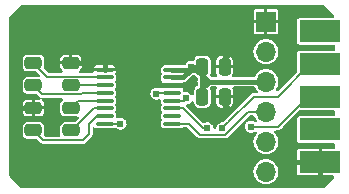
<source format=gtl>
%TF.GenerationSoftware,KiCad,Pcbnew,7.0.2-0*%
%TF.CreationDate,2023-11-06T23:03:35-08:00*%
%TF.ProjectId,uart-friend-232,75617274-2d66-4726-9965-6e642d323332,rev?*%
%TF.SameCoordinates,PX9765530PY6521e48*%
%TF.FileFunction,Copper,L1,Top*%
%TF.FilePolarity,Positive*%
%FSLAX46Y46*%
G04 Gerber Fmt 4.6, Leading zero omitted, Abs format (unit mm)*
G04 Created by KiCad (PCBNEW 7.0.2-0) date 2023-11-06 23:03:35*
%MOMM*%
%LPD*%
G01*
G04 APERTURE LIST*
G04 Aperture macros list*
%AMRoundRect*
0 Rectangle with rounded corners*
0 $1 Rounding radius*
0 $2 $3 $4 $5 $6 $7 $8 $9 X,Y pos of 4 corners*
0 Add a 4 corners polygon primitive as box body*
4,1,4,$2,$3,$4,$5,$6,$7,$8,$9,$2,$3,0*
0 Add four circle primitives for the rounded corners*
1,1,$1+$1,$2,$3*
1,1,$1+$1,$4,$5*
1,1,$1+$1,$6,$7*
1,1,$1+$1,$8,$9*
0 Add four rect primitives between the rounded corners*
20,1,$1+$1,$2,$3,$4,$5,0*
20,1,$1+$1,$4,$5,$6,$7,0*
20,1,$1+$1,$6,$7,$8,$9,0*
20,1,$1+$1,$8,$9,$2,$3,0*%
G04 Aperture macros list end*
%TA.AperFunction,ComponentPad*%
%ADD10O,1.700000X1.700000*%
%TD*%
%TA.AperFunction,ComponentPad*%
%ADD11R,1.700000X1.700000*%
%TD*%
%TA.AperFunction,SMDPad,CuDef*%
%ADD12RoundRect,0.100000X-0.637500X-0.100000X0.637500X-0.100000X0.637500X0.100000X-0.637500X0.100000X0*%
%TD*%
%TA.AperFunction,SMDPad,CuDef*%
%ADD13R,3.480000X1.846667*%
%TD*%
%TA.AperFunction,SMDPad,CuDef*%
%ADD14RoundRect,0.250000X-0.250000X-0.475000X0.250000X-0.475000X0.250000X0.475000X-0.250000X0.475000X0*%
%TD*%
%TA.AperFunction,SMDPad,CuDef*%
%ADD15RoundRect,0.250000X0.475000X-0.250000X0.475000X0.250000X-0.475000X0.250000X-0.475000X-0.250000X0*%
%TD*%
%TA.AperFunction,SMDPad,CuDef*%
%ADD16RoundRect,0.250000X-0.475000X0.250000X-0.475000X-0.250000X0.475000X-0.250000X0.475000X0.250000X0*%
%TD*%
%TA.AperFunction,ViaPad*%
%ADD17C,0.609600*%
%TD*%
%TA.AperFunction,Conductor*%
%ADD18C,0.400000*%
%TD*%
%TA.AperFunction,Conductor*%
%ADD19C,0.200000*%
%TD*%
G04 APERTURE END LIST*
D10*
%TO.P,J2,6,Pin_6*%
%TO.N,unconnected-(J2-Pin_6-Pad6)*%
X29210000Y1905000D03*
%TO.P,J2,5,Pin_5*%
%TO.N,/UART_TX*%
X29210000Y4445000D03*
%TO.P,J2,4,Pin_4*%
%TO.N,/UART_RX*%
X29210000Y6985000D03*
%TO.P,J2,3,Pin_3*%
%TO.N,+5V*%
X29210000Y9525000D03*
%TO.P,J2,2,Pin_2*%
%TO.N,unconnected-(J2-Pin_2-Pad2)*%
X29210000Y12065000D03*
D11*
%TO.P,J2,1,Pin_1*%
%TO.N,GND*%
X29210000Y14605000D03*
%TD*%
D12*
%TO.P,U2,1,~{EN}*%
%TO.N,GND*%
X15552500Y10530000D03*
%TO.P,U2,2,C1+*%
%TO.N,/C1_P*%
X15552500Y9880000D03*
%TO.P,U2,3,V+*%
%TO.N,/VS_P*%
X15552500Y9230000D03*
%TO.P,U2,4,C1-*%
%TO.N,/C1_N*%
X15552500Y8580000D03*
%TO.P,U2,5,C2+*%
%TO.N,/C2_P*%
X15552500Y7930000D03*
%TO.P,U2,6,C2-*%
%TO.N,/C2_N*%
X15552500Y7280000D03*
%TO.P,U2,7,V-*%
%TO.N,/VS_N*%
X15552500Y6630000D03*
%TO.P,U2,8,RIN*%
%TO.N,/RS232_RX*%
X15552500Y5980000D03*
%TO.P,U2,9,ROUT*%
%TO.N,/UART_RX*%
X21277500Y5980000D03*
%TO.P,U2,10,~{INVALID}*%
%TO.N,unconnected-(U2-~{INVALID}-Pad10)*%
X21277500Y6630000D03*
%TO.P,U2,11,DIN*%
%TO.N,/UART_TX*%
X21277500Y7280000D03*
%TO.P,U2,12,FORCEON*%
%TO.N,/FORCEON*%
X21277500Y7930000D03*
%TO.P,U2,13,DOUT*%
%TO.N,/RS232_TX*%
X21277500Y8580000D03*
%TO.P,U2,14,GND*%
%TO.N,GND*%
X21277500Y9230000D03*
%TO.P,U2,15,VCC*%
%TO.N,+5V*%
X21277500Y9880000D03*
%TO.P,U2,16,~{FORCEOFF}*%
X21277500Y10530000D03*
%TD*%
D13*
%TO.P,J1,1,1*%
%TO.N,unconnected-(J1-Pad1)*%
X33785000Y13795000D03*
%TO.P,J1,2,2*%
%TO.N,/RS232_RX_J*%
X33785000Y11025000D03*
%TO.P,J1,3,3*%
%TO.N,/RS232_TX_J*%
X33785000Y8255000D03*
%TO.P,J1,4,4*%
%TO.N,unconnected-(J1-Pad4)*%
X33785000Y5485000D03*
%TO.P,J1,5,5*%
%TO.N,GND*%
X33785000Y2715000D03*
%TD*%
D14*
%TO.P,C6,1*%
%TO.N,+5V*%
X23815000Y10795000D03*
%TO.P,C6,2*%
%TO.N,GND*%
X25715000Y10795000D03*
%TD*%
%TO.P,C5,1*%
%TO.N,+5V*%
X23815000Y8255000D03*
%TO.P,C5,2*%
%TO.N,GND*%
X25715000Y8255000D03*
%TD*%
D15*
%TO.P,C4,1*%
%TO.N,/VS_N*%
X9525000Y5400000D03*
%TO.P,C4,2*%
%TO.N,GND*%
X9525000Y7300000D03*
%TD*%
%TO.P,C3,1*%
%TO.N,/VS_P*%
X12700000Y9210000D03*
%TO.P,C3,2*%
%TO.N,GND*%
X12700000Y11110000D03*
%TD*%
D16*
%TO.P,C2,1*%
%TO.N,/C2_P*%
X12700000Y7300000D03*
%TO.P,C2,2*%
%TO.N,/C2_N*%
X12700000Y5400000D03*
%TD*%
%TO.P,C1,1*%
%TO.N,/C1_P*%
X9525000Y11110000D03*
%TO.P,C1,2*%
%TO.N,/C1_N*%
X9525000Y9210000D03*
%TD*%
D17*
%TO.N,GND*%
X31242000Y2540000D03*
X32639000Y1016000D03*
X7874000Y13716000D03*
X7874000Y2540000D03*
%TO.N,/UART_TX*%
X24257000Y5588000D03*
%TO.N,/RS232_RX_J*%
X25527000Y5588000D03*
%TO.N,/RS232_TX_J*%
X27940000Y5715000D03*
%TO.N,+5V*%
X22860000Y10795000D03*
%TO.N,GND*%
X26162000Y11938000D03*
X26163739Y7131601D03*
X19939000Y9271000D03*
X22479000Y9271000D03*
%TO.N,/FORCEON*%
X22479000Y8128000D03*
%TO.N,GND*%
X15367000Y11430000D03*
X13843000Y11430000D03*
X8255000Y7620000D03*
%TO.N,/RS232_RX*%
X16891000Y5969000D03*
%TO.N,/RS232_TX*%
X19939000Y8509000D03*
%TD*%
D18*
%TO.N,GND*%
X33785000Y2715000D02*
X31417000Y2715000D01*
X31417000Y2715000D02*
X31242000Y2540000D01*
X33785000Y2715000D02*
X33785000Y1400000D01*
X33785000Y1400000D02*
X33401000Y1016000D01*
X33401000Y1016000D02*
X32639000Y1016000D01*
D19*
%TO.N,/UART_RX*%
X25757593Y5031300D02*
X23622000Y5031300D01*
X21277500Y5980000D02*
X22673300Y5980000D01*
X22673300Y5980000D02*
X23622000Y5031300D01*
%TO.N,/UART_TX*%
X21277500Y7280000D02*
X22184000Y7280000D01*
X22184000Y7280000D02*
X23876000Y5588000D01*
X23876000Y5588000D02*
X24257000Y5588000D01*
%TO.N,/UART_RX*%
X27711293Y6985000D02*
X25757593Y5031300D01*
%TO.N,/RS232_RX_J*%
X26035000Y6096000D02*
X25527000Y5588000D01*
%TO.N,/UART_RX*%
X29210000Y6985000D02*
X27711293Y6985000D01*
%TO.N,/RS232_RX_J*%
X33785000Y11025000D02*
X32968333Y11025000D01*
X30198333Y8255000D02*
X28194000Y8255000D01*
X32968333Y11025000D02*
X30198333Y8255000D01*
X28194000Y8255000D02*
X26035000Y6096000D01*
D18*
%TO.N,GND*%
X25715000Y8255000D02*
X25715000Y7580340D01*
X25715000Y7580340D02*
X26163739Y7131601D01*
D19*
%TO.N,/RS232_TX_J*%
X30393600Y5882600D02*
X30226000Y5715000D01*
X30226000Y5715000D02*
X27940000Y5715000D01*
D18*
%TO.N,+5V*%
X23815000Y10795000D02*
X22860000Y10795000D01*
X21277500Y10530000D02*
X22860000Y10530000D01*
X22210000Y9880000D02*
X22860000Y10530000D01*
X22860000Y10530000D02*
X23550000Y10530000D01*
X21277500Y9880000D02*
X22210000Y9880000D01*
X23815000Y8255000D02*
X23815000Y8956000D01*
X23815000Y8956000D02*
X24384000Y9525000D01*
X29210000Y9525000D02*
X24384000Y9525000D01*
X23815000Y10795000D02*
X23815000Y10094000D01*
X23815000Y10094000D02*
X24384000Y9525000D01*
X24384000Y9525000D02*
X23815000Y9525000D01*
X23815000Y10795000D02*
X23815000Y9525000D01*
X23815000Y9525000D02*
X23815000Y8255000D01*
X23550000Y10530000D02*
X23815000Y10795000D01*
%TO.N,GND*%
X25715000Y10795000D02*
X25715000Y11491000D01*
X25715000Y11491000D02*
X26162000Y11938000D01*
X21277500Y9230000D02*
X19980000Y9230000D01*
X19980000Y9230000D02*
X19939000Y9271000D01*
X21277500Y9230000D02*
X22438000Y9230000D01*
X22438000Y9230000D02*
X22479000Y9271000D01*
D19*
%TO.N,/FORCEON*%
X21277500Y7930000D02*
X22281000Y7930000D01*
X22281000Y7930000D02*
X22479000Y8128000D01*
%TO.N,/VS_N*%
X15552500Y6630000D02*
X14885000Y6630000D01*
X14885000Y6630000D02*
X14224000Y5969000D01*
X14224000Y5969000D02*
X14224000Y5080000D01*
X14224000Y5080000D02*
X13716000Y4572000D01*
X10353000Y4572000D02*
X9525000Y5400000D01*
X13716000Y4572000D02*
X10353000Y4572000D01*
%TO.N,/C2_N*%
X12700000Y5400000D02*
X12766000Y5400000D01*
X12766000Y5400000D02*
X14646000Y7280000D01*
X14646000Y7280000D02*
X15552500Y7280000D01*
%TO.N,/C2_P*%
X15552500Y7930000D02*
X13330000Y7930000D01*
X13330000Y7930000D02*
X12700000Y7300000D01*
%TO.N,/C1_N*%
X15552500Y8580000D02*
X13660000Y8580000D01*
X13660000Y8580000D02*
X13537600Y8457600D01*
X13537600Y8457600D02*
X10277400Y8457600D01*
X10277400Y8457600D02*
X9525000Y9210000D01*
%TO.N,/C1_P*%
X15552500Y9880000D02*
X15470100Y9962400D01*
X15470100Y9962400D02*
X10672600Y9962400D01*
X10672600Y9962400D02*
X9525000Y11110000D01*
%TO.N,/VS_P*%
X15552500Y9230000D02*
X12720000Y9230000D01*
X12720000Y9230000D02*
X12700000Y9210000D01*
D18*
%TO.N,GND*%
X15552500Y10530000D02*
X15552500Y11244500D01*
X15552500Y11244500D02*
X15367000Y11430000D01*
X12700000Y11110000D02*
X13523000Y11110000D01*
X13523000Y11110000D02*
X13843000Y11430000D01*
X9525000Y7300000D02*
X8575000Y7300000D01*
X8575000Y7300000D02*
X8255000Y7620000D01*
D19*
%TO.N,/RS232_RX*%
X15552500Y5980000D02*
X16880000Y5980000D01*
X16880000Y5980000D02*
X16891000Y5969000D01*
%TO.N,/RS232_TX_J*%
X30393600Y5882600D02*
X32766000Y8255000D01*
X32766000Y8255000D02*
X33785000Y8255000D01*
%TO.N,/RS232_TX*%
X21277500Y8580000D02*
X20010000Y8580000D01*
X20010000Y8580000D02*
X19939000Y8509000D01*
%TD*%
%TA.AperFunction,Conductor*%
%TO.N,GND*%
G36*
X34095303Y15981498D02*
G01*
X34116277Y15964595D01*
X34943743Y15137129D01*
X34977769Y15074817D01*
X34972704Y15004002D01*
X34930157Y14947166D01*
X34863637Y14922355D01*
X34854648Y14922034D01*
X32024936Y14922034D01*
X31995227Y14916125D01*
X31965519Y14910215D01*
X31898140Y14865194D01*
X31853119Y14797815D01*
X31853118Y14797814D01*
X31853119Y14797814D01*
X31841300Y14738398D01*
X31841300Y12851602D01*
X31853119Y12792186D01*
X31898140Y12724806D01*
X31965520Y12679785D01*
X32024936Y12667966D01*
X34925500Y12667966D01*
X34993621Y12647964D01*
X35040114Y12594308D01*
X35051500Y12541966D01*
X35051500Y12278034D01*
X35031498Y12209913D01*
X34977842Y12163420D01*
X34925500Y12152034D01*
X32024936Y12152034D01*
X31995227Y12146125D01*
X31965519Y12140215D01*
X31898140Y12095194D01*
X31853119Y12027815D01*
X31841300Y11968397D01*
X31841300Y10379654D01*
X31821298Y10311533D01*
X31804395Y10290559D01*
X30255261Y8741426D01*
X30192949Y8707400D01*
X30122133Y8712465D01*
X30065298Y8755012D01*
X30040487Y8821532D01*
X30055578Y8890906D01*
X30068768Y8910456D01*
X30090358Y8936763D01*
X30188202Y9119816D01*
X30248453Y9318439D01*
X30268798Y9525000D01*
X30248453Y9731561D01*
X30188202Y9930184D01*
X30090358Y10113237D01*
X30090356Y10113240D01*
X29958683Y10273684D01*
X29798239Y10405357D01*
X29615186Y10503201D01*
X29615185Y10503202D01*
X29615184Y10503202D01*
X29416561Y10563453D01*
X29416558Y10563454D01*
X29416556Y10563454D01*
X29209999Y10583799D01*
X29003443Y10563454D01*
X29003440Y10563454D01*
X29003439Y10563453D01*
X28912674Y10535920D01*
X28804813Y10503201D01*
X28621760Y10405357D01*
X28461316Y10273684D01*
X28329643Y10113240D01*
X28266605Y9995304D01*
X28216853Y9944656D01*
X28155483Y9928700D01*
X26485803Y9928700D01*
X26417682Y9948702D01*
X26371189Y10002358D01*
X26361085Y10072632D01*
X26366874Y10096315D01*
X26415328Y10234790D01*
X26417924Y10262474D01*
X26418200Y10268364D01*
X26418200Y10667500D01*
X25011800Y10667500D01*
X25011800Y10268364D01*
X25012075Y10262474D01*
X25014671Y10234790D01*
X25063126Y10096315D01*
X25066746Y10025411D01*
X25031457Y9963806D01*
X24968463Y9931059D01*
X24944197Y9928700D01*
X24603408Y9928700D01*
X24535287Y9948702D01*
X24514313Y9965605D01*
X24501663Y9978255D01*
X24467637Y10040567D01*
X24471828Y10108963D01*
X24515826Y10234699D01*
X24518700Y10265347D01*
X24518699Y10922500D01*
X25011800Y10922500D01*
X25587500Y10922500D01*
X25587500Y11723200D01*
X25842500Y11723200D01*
X25842500Y10922500D01*
X26418200Y10922500D01*
X26418200Y11321637D01*
X26417924Y11327527D01*
X26415328Y11355211D01*
X26370208Y11484157D01*
X26289080Y11594081D01*
X26179156Y11675209D01*
X26050210Y11720329D01*
X26022526Y11722925D01*
X26016636Y11723200D01*
X25842500Y11723200D01*
X25587500Y11723200D01*
X25413364Y11723200D01*
X25407473Y11722925D01*
X25379789Y11720329D01*
X25250843Y11675209D01*
X25140919Y11594081D01*
X25059791Y11484157D01*
X25014671Y11355211D01*
X25012075Y11327527D01*
X25011800Y11321637D01*
X25011800Y10922500D01*
X24518699Y10922500D01*
X24518699Y11324652D01*
X24515826Y11355301D01*
X24470654Y11484395D01*
X24430046Y11539417D01*
X24389438Y11594439D01*
X24279393Y11675656D01*
X24150303Y11720826D01*
X24122589Y11723425D01*
X24122582Y11723426D01*
X24119653Y11723700D01*
X24116699Y11723700D01*
X23513283Y11723700D01*
X23513261Y11723700D01*
X23510348Y11723699D01*
X23507444Y11723427D01*
X23507427Y11723426D01*
X23479697Y11720826D01*
X23350606Y11675655D01*
X23240561Y11594439D01*
X23159345Y11484395D01*
X23120411Y11373128D01*
X23079032Y11315437D01*
X23013032Y11289274D01*
X22965984Y11293848D01*
X22933112Y11303500D01*
X22933111Y11303500D01*
X22786889Y11303500D01*
X22786888Y11303500D01*
X22646589Y11262305D01*
X22523578Y11183251D01*
X22427824Y11072744D01*
X22397964Y11007358D01*
X22351471Y10953702D01*
X22283350Y10933700D01*
X20598292Y10933700D01*
X20598274Y10933700D01*
X20594656Y10933699D01*
X20591046Y10933281D01*
X20591040Y10933280D01*
X20569262Y10930755D01*
X20465393Y10884892D01*
X20385108Y10804607D01*
X20339246Y10700739D01*
X20339245Y10700737D01*
X20339246Y10700737D01*
X20336300Y10675345D01*
X20336300Y10671700D01*
X20336300Y10671699D01*
X20336300Y10388293D01*
X20336300Y10388276D01*
X20336301Y10384656D01*
X20336719Y10381046D01*
X20336720Y10381041D01*
X20339245Y10359263D01*
X20384887Y10255894D01*
X20394105Y10185498D01*
X20384887Y10154106D01*
X20339246Y10050740D01*
X20338303Y10042614D01*
X20336300Y10025345D01*
X20336300Y10021700D01*
X20336300Y10021699D01*
X20336300Y9738293D01*
X20336300Y9738276D01*
X20336301Y9734656D01*
X20336719Y9731046D01*
X20336720Y9731041D01*
X20339245Y9709263D01*
X20385161Y9605275D01*
X20394379Y9534880D01*
X20385161Y9503487D01*
X20339739Y9400619D01*
X20337219Y9378892D01*
X20336800Y9371637D01*
X20336800Y9357500D01*
X22218200Y9357500D01*
X22218200Y9364953D01*
X22238202Y9433074D01*
X22291858Y9479567D01*
X22324490Y9489402D01*
X22336305Y9491273D01*
X22356136Y9501379D01*
X22374390Y9508939D01*
X22395560Y9515817D01*
X22413563Y9528898D01*
X22430410Y9539223D01*
X22450247Y9549329D01*
X22540671Y9639753D01*
X22540671Y9639754D01*
X22990313Y10089396D01*
X23052626Y10123421D01*
X23079409Y10126300D01*
X23080465Y10126300D01*
X23148586Y10106298D01*
X23181844Y10075121D01*
X23240561Y9995562D01*
X23360121Y9907323D01*
X23403053Y9850778D01*
X23411300Y9805944D01*
X23411300Y9566690D01*
X23409749Y9546979D01*
X23406885Y9528893D01*
X23406268Y9525000D01*
X23409675Y9503487D01*
X23409749Y9503024D01*
X23411300Y9483312D01*
X23411300Y9244057D01*
X23391298Y9175936D01*
X23360122Y9142678D01*
X23240561Y9054439D01*
X23159344Y8944394D01*
X23114174Y8815304D01*
X23114166Y8815211D01*
X23111300Y8784653D01*
X23111300Y8781701D01*
X23111300Y8781700D01*
X23111300Y8512607D01*
X23091298Y8444486D01*
X23037642Y8397993D01*
X22967368Y8387889D01*
X22902788Y8417383D01*
X22890076Y8430095D01*
X22815423Y8516249D01*
X22692410Y8595305D01*
X22552112Y8636500D01*
X22552111Y8636500D01*
X22405889Y8636500D01*
X22405888Y8636500D01*
X22378265Y8628389D01*
X22307269Y8628389D01*
X22247543Y8666772D01*
X22218050Y8731353D01*
X22217606Y8734770D01*
X22215754Y8750738D01*
X22169838Y8854727D01*
X22160620Y8925122D01*
X22169839Y8956517D01*
X22215260Y9059383D01*
X22217780Y9081109D01*
X22218200Y9088364D01*
X22218200Y9102500D01*
X20336800Y9102500D01*
X20336800Y9088557D01*
X20316798Y9020436D01*
X20263142Y8973943D01*
X20192868Y8963839D01*
X20170123Y8972322D01*
X20169794Y8971200D01*
X20012112Y9017500D01*
X20012111Y9017500D01*
X19865889Y9017500D01*
X19865888Y9017500D01*
X19725589Y8976305D01*
X19602578Y8897251D01*
X19506824Y8786744D01*
X19446080Y8653732D01*
X19425270Y8509000D01*
X19446080Y8364269D01*
X19446080Y8364268D01*
X19446081Y8364266D01*
X19478893Y8292417D01*
X19506824Y8231257D01*
X19602578Y8120750D01*
X19725589Y8041696D01*
X19865888Y8000500D01*
X19865889Y8000500D01*
X20012112Y8000500D01*
X20169794Y8046800D01*
X20170759Y8043513D01*
X20210290Y8055123D01*
X20278412Y8035126D01*
X20324910Y7981474D01*
X20336300Y7929124D01*
X20336300Y7788294D01*
X20336300Y7788277D01*
X20336301Y7784656D01*
X20336719Y7781046D01*
X20336720Y7781041D01*
X20339245Y7759263D01*
X20384887Y7655894D01*
X20394105Y7585498D01*
X20384887Y7554106D01*
X20339246Y7450740D01*
X20339246Y7450738D01*
X20339246Y7450737D01*
X20336300Y7425345D01*
X20336300Y7421700D01*
X20336300Y7421699D01*
X20336300Y7138293D01*
X20336300Y7138276D01*
X20336301Y7134656D01*
X20336719Y7131046D01*
X20336720Y7131041D01*
X20339245Y7109263D01*
X20384887Y7005894D01*
X20394105Y6935498D01*
X20384887Y6904106D01*
X20339246Y6800740D01*
X20339246Y6800738D01*
X20339246Y6800737D01*
X20336300Y6775345D01*
X20336300Y6771700D01*
X20336300Y6771699D01*
X20336300Y6488293D01*
X20336300Y6488276D01*
X20336301Y6484656D01*
X20336719Y6481046D01*
X20336720Y6481041D01*
X20339245Y6459263D01*
X20384887Y6355894D01*
X20394105Y6285498D01*
X20384887Y6254106D01*
X20339246Y6150740D01*
X20339246Y6150737D01*
X20336300Y6125345D01*
X20336300Y6121700D01*
X20336300Y6121699D01*
X20336300Y5838293D01*
X20336300Y5838276D01*
X20336301Y5834656D01*
X20336719Y5831046D01*
X20336720Y5831041D01*
X20339245Y5809263D01*
X20385108Y5705394D01*
X20465393Y5625109D01*
X20465394Y5625109D01*
X20465395Y5625108D01*
X20569263Y5579246D01*
X20594655Y5576300D01*
X21960344Y5576301D01*
X21985737Y5579246D01*
X22089605Y5625108D01*
X22095629Y5631132D01*
X22103893Y5639395D01*
X22166205Y5673421D01*
X22192988Y5676300D01*
X22495313Y5676300D01*
X22563434Y5656298D01*
X22584408Y5639396D01*
X22976107Y5247696D01*
X23357688Y4866115D01*
X23367767Y4852108D01*
X23375443Y4845110D01*
X23375444Y4845109D01*
X23396665Y4825764D01*
X23410076Y4813538D01*
X23414265Y4809538D01*
X23427153Y4796650D01*
X23427156Y4796648D01*
X23427871Y4795933D01*
X23439441Y4786768D01*
X23459353Y4768616D01*
X23465802Y4766118D01*
X23491493Y4752576D01*
X23497204Y4748664D01*
X23523444Y4742493D01*
X23540104Y4737333D01*
X23565228Y4727600D01*
X23565229Y4727600D01*
X23572148Y4727600D01*
X23600995Y4724254D01*
X23607731Y4722669D01*
X23634422Y4726392D01*
X23651829Y4727600D01*
X25687498Y4727600D01*
X25704525Y4724823D01*
X25714905Y4725303D01*
X25714908Y4725302D01*
X25761712Y4727466D01*
X25767531Y4727600D01*
X25786747Y4727600D01*
X25801406Y4729302D01*
X25828330Y4730546D01*
X25834654Y4733339D01*
X25862391Y4741929D01*
X25869203Y4743202D01*
X25892128Y4757398D01*
X25907554Y4765529D01*
X25932198Y4776409D01*
X25937086Y4781298D01*
X25959856Y4799333D01*
X25965739Y4802975D01*
X25981988Y4824495D01*
X25993431Y4837644D01*
X27345339Y6189550D01*
X27407650Y6223574D01*
X27435298Y6221597D01*
X27432487Y6241156D01*
X27461980Y6305737D01*
X27468100Y6312312D01*
X27800185Y6644396D01*
X27862498Y6678421D01*
X27889281Y6681300D01*
X28107565Y6681300D01*
X28175686Y6661298D01*
X28222179Y6607642D01*
X28228139Y6591876D01*
X28231797Y6579818D01*
X28329641Y6396764D01*
X28337007Y6387789D01*
X28367287Y6350892D01*
X28391135Y6321834D01*
X28418889Y6256487D01*
X28406907Y6186509D01*
X28358995Y6134117D01*
X28290363Y6115945D01*
X28225616Y6135902D01*
X28153412Y6182304D01*
X28013112Y6223500D01*
X28013111Y6223500D01*
X27866889Y6223500D01*
X27866888Y6223500D01*
X27726587Y6182304D01*
X27625324Y6117226D01*
X27557471Y6097303D01*
X27545021Y6040068D01*
X27529658Y6017941D01*
X27507824Y5992744D01*
X27447080Y5859732D01*
X27426270Y5715000D01*
X27447080Y5570269D01*
X27447080Y5570268D01*
X27447081Y5570266D01*
X27497209Y5460500D01*
X27507824Y5437257D01*
X27603578Y5326750D01*
X27726589Y5247696D01*
X27866888Y5206500D01*
X27866889Y5206500D01*
X28013112Y5206500D01*
X28083261Y5227099D01*
X28153411Y5247696D01*
X28225615Y5294100D01*
X28293736Y5314101D01*
X28361857Y5294099D01*
X28408350Y5240443D01*
X28418454Y5170169D01*
X28391135Y5108168D01*
X28329643Y5033241D01*
X28231799Y4850187D01*
X28231798Y4850185D01*
X28231798Y4850184D01*
X28185991Y4699175D01*
X28171546Y4651557D01*
X28151201Y4445000D01*
X28171546Y4238444D01*
X28171546Y4238442D01*
X28171547Y4238439D01*
X28173511Y4231966D01*
X28231799Y4039814D01*
X28329643Y3856761D01*
X28461316Y3696317D01*
X28621760Y3564644D01*
X28621761Y3564644D01*
X28621763Y3564642D01*
X28804816Y3466798D01*
X29003439Y3406547D01*
X29210000Y3386202D01*
X29416561Y3406547D01*
X29615184Y3466798D01*
X29798237Y3564642D01*
X29958683Y3696317D01*
X30090358Y3856763D01*
X30188202Y4039816D01*
X30248453Y4238439D01*
X30268798Y4445000D01*
X30248453Y4651561D01*
X30188202Y4850184D01*
X30090358Y5033237D01*
X30090355Y5033241D01*
X29950811Y5203277D01*
X29953662Y5205618D01*
X29925763Y5246570D01*
X29923858Y5317541D01*
X29960625Y5378276D01*
X30024391Y5409491D01*
X30045663Y5411300D01*
X30155905Y5411300D01*
X30172932Y5408523D01*
X30183312Y5409003D01*
X30183315Y5409002D01*
X30230119Y5411166D01*
X30235938Y5411300D01*
X30255154Y5411300D01*
X30269813Y5413002D01*
X30296737Y5414246D01*
X30303061Y5417039D01*
X30330798Y5425629D01*
X30337610Y5426902D01*
X30360535Y5441098D01*
X30375961Y5449229D01*
X30400605Y5460109D01*
X30405495Y5465000D01*
X30428260Y5483032D01*
X30434146Y5486675D01*
X30450395Y5508193D01*
X30461836Y5521341D01*
X30628250Y5687753D01*
X30628251Y5687756D01*
X30642706Y5702210D01*
X30642707Y5702213D01*
X32031558Y7091062D01*
X32093871Y7125087D01*
X32120654Y7127966D01*
X34925500Y7127966D01*
X34993621Y7107964D01*
X35040114Y7054308D01*
X35051500Y7001966D01*
X35051500Y6738034D01*
X35031498Y6669913D01*
X34977842Y6623420D01*
X34925500Y6612034D01*
X32024936Y6612034D01*
X32002857Y6607642D01*
X31965519Y6600215D01*
X31898140Y6555194D01*
X31853119Y6487815D01*
X31851772Y6481041D01*
X31841300Y6428398D01*
X31841300Y4541602D01*
X31853119Y4482186D01*
X31898140Y4414806D01*
X31965520Y4369785D01*
X32024936Y4357966D01*
X34925500Y4357966D01*
X34993621Y4337964D01*
X35040114Y4284308D01*
X35051500Y4231966D01*
X35051500Y3967534D01*
X35031498Y3899413D01*
X34977842Y3852920D01*
X34925500Y3841534D01*
X33912500Y3841534D01*
X33912500Y1588466D01*
X34855148Y1588466D01*
X34923269Y1568464D01*
X34969762Y1514808D01*
X34979866Y1444534D01*
X34950372Y1379954D01*
X34944243Y1373371D01*
X34116277Y545405D01*
X34053965Y511379D01*
X34027182Y508500D01*
X8517818Y508500D01*
X8449697Y528502D01*
X8428723Y545405D01*
X7530405Y1443723D01*
X7496379Y1506035D01*
X7493500Y1532818D01*
X7493500Y1905000D01*
X28151201Y1905000D01*
X28171546Y1698444D01*
X28171546Y1698442D01*
X28171547Y1698439D01*
X28229912Y1506035D01*
X28231799Y1499814D01*
X28329643Y1316761D01*
X28461316Y1156317D01*
X28621760Y1024644D01*
X28621761Y1024644D01*
X28621763Y1024642D01*
X28804816Y926798D01*
X29003439Y866547D01*
X29210000Y846202D01*
X29416561Y866547D01*
X29615184Y926798D01*
X29798237Y1024642D01*
X29958683Y1156317D01*
X30090358Y1316763D01*
X30188202Y1499816D01*
X30248453Y1698439D01*
X30268798Y1905000D01*
X30248453Y2111561D01*
X30188202Y2310184D01*
X30090358Y2493237D01*
X30090356Y2493240D01*
X30012999Y2587500D01*
X31841800Y2587500D01*
X31841800Y1771654D01*
X31853590Y1712381D01*
X31898500Y1645167D01*
X31965714Y1600257D01*
X32024987Y1588466D01*
X33657500Y1588466D01*
X33657500Y2587500D01*
X31841800Y2587500D01*
X30012999Y2587500D01*
X29958683Y2653684D01*
X29798239Y2785357D01*
X29691332Y2842500D01*
X31841800Y2842500D01*
X33657500Y2842500D01*
X33657500Y3841534D01*
X32024987Y3841534D01*
X31965714Y3829744D01*
X31898500Y3784834D01*
X31853590Y3717620D01*
X31841800Y3658347D01*
X31841800Y2842500D01*
X29691332Y2842500D01*
X29615186Y2883201D01*
X29615185Y2883202D01*
X29615184Y2883202D01*
X29416561Y2943453D01*
X29416558Y2943454D01*
X29416556Y2943454D01*
X29210000Y2963799D01*
X29003443Y2943454D01*
X29003440Y2943454D01*
X29003439Y2943453D01*
X28804816Y2883202D01*
X28804813Y2883201D01*
X28621760Y2785357D01*
X28461316Y2653684D01*
X28329643Y2493240D01*
X28231799Y2310187D01*
X28171546Y2111557D01*
X28151201Y1905000D01*
X7493500Y1905000D01*
X7493500Y5098263D01*
X8596300Y5098263D01*
X8596301Y5095348D01*
X8596573Y5092444D01*
X8596574Y5092428D01*
X8599174Y5064698D01*
X8644345Y4935607D01*
X8644346Y4935605D01*
X8670539Y4900115D01*
X8725561Y4825562D01*
X8835606Y4744345D01*
X8964696Y4699175D01*
X8964699Y4699174D01*
X8995347Y4696300D01*
X9747012Y4696301D01*
X9815133Y4676299D01*
X9836107Y4659396D01*
X10088686Y4406817D01*
X10098766Y4392808D01*
X10129069Y4365184D01*
X10136986Y4357966D01*
X10141076Y4354238D01*
X10145265Y4350238D01*
X10158153Y4337350D01*
X10158156Y4337348D01*
X10158871Y4336633D01*
X10170441Y4327468D01*
X10190353Y4309316D01*
X10196799Y4306819D01*
X10222493Y4293276D01*
X10228204Y4289364D01*
X10254443Y4283194D01*
X10271099Y4278036D01*
X10296229Y4268300D01*
X10303143Y4268300D01*
X10331991Y4264953D01*
X10338730Y4263368D01*
X10338730Y4263369D01*
X10338731Y4263368D01*
X10365427Y4267093D01*
X10382835Y4268300D01*
X13645905Y4268300D01*
X13662932Y4265523D01*
X13673312Y4266003D01*
X13673315Y4266002D01*
X13720119Y4268166D01*
X13725938Y4268300D01*
X13745154Y4268300D01*
X13759813Y4270002D01*
X13786737Y4271246D01*
X13793061Y4274039D01*
X13820798Y4282629D01*
X13827610Y4283902D01*
X13850535Y4298098D01*
X13865961Y4306229D01*
X13890605Y4317109D01*
X13895493Y4321998D01*
X13918263Y4340033D01*
X13924146Y4343675D01*
X13940395Y4365195D01*
X13951838Y4378344D01*
X14389184Y4815689D01*
X14403188Y4825764D01*
X14410187Y4833443D01*
X14410191Y4833444D01*
X14441778Y4868096D01*
X14445733Y4872238D01*
X14458650Y4885153D01*
X14458654Y4885160D01*
X14459370Y4885875D01*
X14468529Y4897439D01*
X14486684Y4917353D01*
X14489183Y4923806D01*
X14502724Y4949495D01*
X14506636Y4955204D01*
X14512807Y4981442D01*
X14517966Y4998105D01*
X14527700Y5023229D01*
X14527700Y5030148D01*
X14531047Y5058998D01*
X14532631Y5065731D01*
X14529088Y5091130D01*
X14528908Y5092422D01*
X14527700Y5109829D01*
X14527700Y5533612D01*
X14547702Y5601733D01*
X14601358Y5648226D01*
X14671632Y5658330D01*
X14736212Y5628836D01*
X14740054Y5625259D01*
X14740394Y5625109D01*
X14740395Y5625108D01*
X14844263Y5579246D01*
X14869655Y5576300D01*
X16235344Y5576301D01*
X16260737Y5579246D01*
X16364605Y5625108D01*
X16364605Y5625109D01*
X16386152Y5634622D01*
X16387693Y5631132D01*
X16412380Y5644619D01*
X16483197Y5639571D01*
X16534415Y5604019D01*
X16554577Y5580751D01*
X16677589Y5501696D01*
X16817888Y5460500D01*
X16817889Y5460500D01*
X16964112Y5460500D01*
X17053258Y5486676D01*
X17104411Y5501696D01*
X17227421Y5580750D01*
X17323176Y5691257D01*
X17383919Y5824266D01*
X17404729Y5969000D01*
X17403686Y5976251D01*
X17392270Y6055655D01*
X17383919Y6113734D01*
X17323176Y6246743D01*
X17272695Y6305001D01*
X17227421Y6357251D01*
X17104410Y6436305D01*
X16964112Y6477500D01*
X16964111Y6477500D01*
X16817889Y6477500D01*
X16817888Y6477500D01*
X16660206Y6431200D01*
X16659240Y6434488D01*
X16619680Y6422878D01*
X16551562Y6442891D01*
X16505077Y6496553D01*
X16493699Y6548875D01*
X16493699Y6775344D01*
X16490754Y6800737D01*
X16475358Y6835605D01*
X16445112Y6904107D01*
X16435894Y6974502D01*
X16445109Y7005888D01*
X16490754Y7109263D01*
X16493700Y7134655D01*
X16493699Y7425344D01*
X16490754Y7450737D01*
X16488465Y7455920D01*
X16445112Y7554107D01*
X16435894Y7624502D01*
X16445109Y7655888D01*
X16490754Y7759263D01*
X16493700Y7784655D01*
X16493699Y8075344D01*
X16490754Y8100737D01*
X16483843Y8116388D01*
X16445112Y8204107D01*
X16435894Y8274502D01*
X16445109Y8305888D01*
X16490754Y8409263D01*
X16493700Y8434655D01*
X16493699Y8725344D01*
X16490754Y8750737D01*
X16488866Y8755012D01*
X16445112Y8854107D01*
X16435894Y8924502D01*
X16445109Y8955888D01*
X16490754Y9059263D01*
X16493700Y9084655D01*
X16493699Y9375344D01*
X16490754Y9400737D01*
X16490180Y9402036D01*
X16445112Y9504107D01*
X16435894Y9574502D01*
X16445109Y9605888D01*
X16490754Y9709263D01*
X16493700Y9734655D01*
X16493699Y10025344D01*
X16490754Y10050737D01*
X16444892Y10154605D01*
X16444890Y10154607D01*
X16444838Y10154725D01*
X16435620Y10225121D01*
X16444839Y10256515D01*
X16490259Y10359381D01*
X16492780Y10381109D01*
X16493200Y10388364D01*
X16493200Y10402500D01*
X14611800Y10402500D01*
X14611800Y10392100D01*
X14591798Y10323979D01*
X14538142Y10277486D01*
X14485800Y10266100D01*
X13516397Y10266100D01*
X13448276Y10286102D01*
X13401783Y10339758D01*
X13391679Y10410032D01*
X13421173Y10474612D01*
X13441575Y10493479D01*
X13499080Y10535920D01*
X13580208Y10645844D01*
X13584287Y10657500D01*
X14611800Y10657500D01*
X15425000Y10657500D01*
X15425000Y10933200D01*
X15680000Y10933200D01*
X15680000Y10657500D01*
X16493200Y10657500D01*
X16493200Y10671637D01*
X16492780Y10678892D01*
X16490260Y10700617D01*
X16444470Y10804320D01*
X16364319Y10884471D01*
X16260616Y10930261D01*
X16238891Y10932781D01*
X16231637Y10933200D01*
X15680000Y10933200D01*
X15425000Y10933200D01*
X14873363Y10933200D01*
X14866108Y10932781D01*
X14844383Y10930261D01*
X14740680Y10884471D01*
X14660529Y10804320D01*
X14614739Y10700617D01*
X14612219Y10678892D01*
X14611800Y10671637D01*
X14611800Y10657500D01*
X13584287Y10657500D01*
X13625328Y10774790D01*
X13627924Y10802474D01*
X13628200Y10808364D01*
X13628200Y10982500D01*
X11771800Y10982500D01*
X11771800Y10808364D01*
X11772075Y10802474D01*
X11774671Y10774790D01*
X11819791Y10645844D01*
X11900919Y10535920D01*
X11958425Y10493479D01*
X12001357Y10436934D01*
X12006903Y10366154D01*
X11973302Y10303612D01*
X11911223Y10269164D01*
X11883603Y10266100D01*
X10850587Y10266100D01*
X10782466Y10286102D01*
X10761492Y10303005D01*
X10465068Y10599429D01*
X10431042Y10661741D01*
X10435234Y10730140D01*
X10437663Y10737084D01*
X10450826Y10774699D01*
X10453700Y10805347D01*
X10453699Y11237500D01*
X11771800Y11237500D01*
X12572500Y11237500D01*
X12572500Y11813200D01*
X12827500Y11813200D01*
X12827500Y11237500D01*
X13628200Y11237500D01*
X13628200Y11411637D01*
X13627924Y11417527D01*
X13625328Y11445211D01*
X13580208Y11574157D01*
X13499080Y11684081D01*
X13389156Y11765209D01*
X13260210Y11810329D01*
X13232526Y11812925D01*
X13226636Y11813200D01*
X12827500Y11813200D01*
X12572500Y11813200D01*
X12173364Y11813200D01*
X12167473Y11812925D01*
X12139789Y11810329D01*
X12010843Y11765209D01*
X11900919Y11684081D01*
X11819791Y11574157D01*
X11774671Y11445211D01*
X11772075Y11417527D01*
X11771800Y11411637D01*
X11771800Y11237500D01*
X10453699Y11237500D01*
X10453699Y11414652D01*
X10450826Y11445301D01*
X10405654Y11574395D01*
X10365046Y11629417D01*
X10324438Y11684439D01*
X10214393Y11765656D01*
X10085303Y11810826D01*
X10057589Y11813425D01*
X10057582Y11813426D01*
X10054653Y11813700D01*
X10051699Y11813700D01*
X8998283Y11813700D01*
X8998261Y11813700D01*
X8995348Y11813699D01*
X8992444Y11813427D01*
X8992427Y11813426D01*
X8964697Y11810826D01*
X8835606Y11765655D01*
X8725561Y11684439D01*
X8644344Y11574394D01*
X8599174Y11445304D01*
X8599166Y11445211D01*
X8596300Y11414653D01*
X8596300Y11411701D01*
X8596300Y11411700D01*
X8596300Y10808284D01*
X8596300Y10808263D01*
X8596301Y10805348D01*
X8596573Y10802444D01*
X8596574Y10802428D01*
X8599174Y10774698D01*
X8644345Y10645607D01*
X8725561Y10535562D01*
X8835606Y10454345D01*
X8962247Y10410032D01*
X8964699Y10409174D01*
X8995347Y10406300D01*
X9747012Y10406301D01*
X9815133Y10386299D01*
X9836107Y10369396D01*
X10076708Y10128795D01*
X10110734Y10066483D01*
X10105669Y9995668D01*
X10063122Y9938832D01*
X9996602Y9914021D01*
X9987613Y9913700D01*
X8998283Y9913700D01*
X8998261Y9913700D01*
X8995348Y9913699D01*
X8992444Y9913427D01*
X8992427Y9913426D01*
X8964697Y9910826D01*
X8835606Y9865655D01*
X8725561Y9784439D01*
X8644344Y9674394D01*
X8599174Y9545304D01*
X8596890Y9520940D01*
X8596300Y9514653D01*
X8596300Y9511701D01*
X8596300Y9511700D01*
X8596300Y8908284D01*
X8596300Y8908263D01*
X8596301Y8905348D01*
X8596573Y8902444D01*
X8596574Y8902428D01*
X8599174Y8874698D01*
X8631738Y8781637D01*
X8644346Y8745605D01*
X8660712Y8723430D01*
X8725561Y8635562D01*
X8835606Y8554345D01*
X8954888Y8512607D01*
X8964699Y8509174D01*
X8995347Y8506300D01*
X9747012Y8506301D01*
X9815133Y8486299D01*
X9836107Y8469396D01*
X10013086Y8292417D01*
X10023166Y8278408D01*
X10065476Y8239838D01*
X10069665Y8235838D01*
X10082553Y8222950D01*
X10087210Y8218293D01*
X10121233Y8155980D01*
X10116166Y8085164D01*
X10073618Y8028330D01*
X10007097Y8003521D01*
X9998112Y8003200D01*
X9652500Y8003200D01*
X9652500Y7427500D01*
X10453200Y7427500D01*
X10453200Y7601637D01*
X10452924Y7607527D01*
X10450328Y7635211D01*
X10405208Y7764157D01*
X10324080Y7874081D01*
X10253026Y7926521D01*
X10210094Y7983066D01*
X10204548Y8053846D01*
X10238149Y8116388D01*
X10300229Y8150836D01*
X10327848Y8153900D01*
X11896309Y8153900D01*
X11964430Y8133898D01*
X12010923Y8080242D01*
X12021027Y8009968D01*
X11991533Y7945388D01*
X11971131Y7926521D01*
X11900561Y7874439D01*
X11819344Y7764394D01*
X11774174Y7635304D01*
X11773452Y7627598D01*
X11771300Y7604653D01*
X11771300Y7601701D01*
X11771300Y7601700D01*
X11771300Y6998284D01*
X11771300Y6998263D01*
X11771301Y6995348D01*
X11771573Y6992444D01*
X11771574Y6992428D01*
X11774174Y6964698D01*
X11795376Y6904107D01*
X11819346Y6835605D01*
X11845078Y6800740D01*
X11900561Y6725562D01*
X12010606Y6644345D01*
X12136724Y6600215D01*
X12139699Y6599174D01*
X12170347Y6596300D01*
X13228612Y6596301D01*
X13296733Y6576299D01*
X13343226Y6522643D01*
X13353330Y6452369D01*
X13323837Y6387789D01*
X13317707Y6381206D01*
X13077106Y6140605D01*
X13014794Y6106579D01*
X12988011Y6103700D01*
X12173283Y6103700D01*
X12173261Y6103700D01*
X12170348Y6103699D01*
X12167444Y6103427D01*
X12167427Y6103426D01*
X12139697Y6100826D01*
X12010606Y6055655D01*
X11900561Y5974439D01*
X11819344Y5864394D01*
X11774174Y5735304D01*
X11774174Y5735301D01*
X11771300Y5704653D01*
X11771300Y5701701D01*
X11771300Y5701700D01*
X11771300Y5098284D01*
X11771300Y5098263D01*
X11771301Y5095348D01*
X11771573Y5092444D01*
X11771574Y5092428D01*
X11771575Y5092422D01*
X11774174Y5064699D01*
X11776169Y5058998D01*
X11781657Y5043314D01*
X11785275Y4972409D01*
X11749985Y4910805D01*
X11686992Y4878058D01*
X11662727Y4875700D01*
X10562273Y4875700D01*
X10494152Y4895702D01*
X10447659Y4949358D01*
X10437555Y5019632D01*
X10443344Y5043316D01*
X10448831Y5058998D01*
X10450826Y5064699D01*
X10453700Y5095347D01*
X10453699Y5704652D01*
X10450826Y5735301D01*
X10405654Y5864395D01*
X10350836Y5938670D01*
X10324438Y5974439D01*
X10214393Y6055656D01*
X10085303Y6100826D01*
X10057589Y6103425D01*
X10057582Y6103426D01*
X10054653Y6103700D01*
X10051699Y6103700D01*
X8998283Y6103700D01*
X8998261Y6103700D01*
X8995348Y6103699D01*
X8992444Y6103427D01*
X8992427Y6103426D01*
X8964697Y6100826D01*
X8835606Y6055655D01*
X8725561Y5974439D01*
X8644344Y5864394D01*
X8599174Y5735304D01*
X8599174Y5735301D01*
X8596300Y5704653D01*
X8596300Y5701701D01*
X8596300Y5701700D01*
X8596300Y5098284D01*
X8596300Y5098263D01*
X7493500Y5098263D01*
X7493500Y7172500D01*
X8596800Y7172500D01*
X8596800Y6998364D01*
X8597075Y6992474D01*
X8599671Y6964790D01*
X8644791Y6835844D01*
X8725919Y6725920D01*
X8835843Y6644792D01*
X8964789Y6599672D01*
X8992473Y6597076D01*
X8998364Y6596800D01*
X9397500Y6596800D01*
X9397500Y7172500D01*
X9652500Y7172500D01*
X9652500Y6596800D01*
X10051636Y6596800D01*
X10057526Y6597076D01*
X10085210Y6599672D01*
X10214156Y6644792D01*
X10324080Y6725920D01*
X10405208Y6835844D01*
X10450328Y6964790D01*
X10452924Y6992474D01*
X10453200Y6998364D01*
X10453200Y7172500D01*
X9652500Y7172500D01*
X9397500Y7172500D01*
X8596800Y7172500D01*
X7493500Y7172500D01*
X7493500Y7427500D01*
X8596800Y7427500D01*
X9397500Y7427500D01*
X9397500Y8003200D01*
X8998364Y8003200D01*
X8992473Y8002925D01*
X8964789Y8000329D01*
X8835843Y7955209D01*
X8725919Y7874081D01*
X8644791Y7764157D01*
X8599671Y7635211D01*
X8597075Y7607527D01*
X8596800Y7601637D01*
X8596800Y7427500D01*
X7493500Y7427500D01*
X7493500Y12065001D01*
X28151201Y12065001D01*
X28171546Y11858444D01*
X28171546Y11858442D01*
X28171547Y11858439D01*
X28226994Y11675654D01*
X28231799Y11659814D01*
X28329643Y11476761D01*
X28461316Y11316317D01*
X28621760Y11184644D01*
X28621761Y11184644D01*
X28621763Y11184642D01*
X28804816Y11086798D01*
X29003439Y11026547D01*
X29168687Y11010272D01*
X29209999Y11006202D01*
X29209999Y11006203D01*
X29210000Y11006202D01*
X29416561Y11026547D01*
X29615184Y11086798D01*
X29798237Y11184642D01*
X29958683Y11316317D01*
X30090358Y11476763D01*
X30188202Y11659816D01*
X30248453Y11858439D01*
X30268798Y12065000D01*
X30248453Y12271561D01*
X30188202Y12470184D01*
X30090358Y12653237D01*
X30090356Y12653240D01*
X29958683Y12813684D01*
X29798239Y12945357D01*
X29615186Y13043201D01*
X29615185Y13043202D01*
X29615184Y13043202D01*
X29416561Y13103453D01*
X29416558Y13103454D01*
X29416556Y13103454D01*
X29210000Y13123799D01*
X29003443Y13103454D01*
X29003440Y13103454D01*
X29003439Y13103453D01*
X28804816Y13043202D01*
X28804813Y13043201D01*
X28621760Y12945357D01*
X28461316Y12813684D01*
X28329643Y12653240D01*
X28231799Y12470187D01*
X28171546Y12271557D01*
X28151201Y12065001D01*
X7493500Y12065001D01*
X7493500Y13734988D01*
X28156800Y13734988D01*
X28168590Y13675715D01*
X28213500Y13608501D01*
X28280714Y13563591D01*
X28339987Y13551800D01*
X29082500Y13551800D01*
X29082500Y14118190D01*
X29174237Y14105000D01*
X29245763Y14105000D01*
X29337500Y14118190D01*
X29337500Y13551800D01*
X30080013Y13551800D01*
X30139285Y13563591D01*
X30206499Y13608501D01*
X30251409Y13675715D01*
X30263200Y13734988D01*
X30263200Y14477500D01*
X29693671Y14477500D01*
X29710000Y14533111D01*
X29710000Y14676889D01*
X29693671Y14732500D01*
X30263200Y14732500D01*
X30263200Y15475013D01*
X30251409Y15534286D01*
X30206499Y15601500D01*
X30139285Y15646410D01*
X30080013Y15658200D01*
X29337500Y15658200D01*
X29337500Y15091811D01*
X29245763Y15105000D01*
X29174237Y15105000D01*
X29082500Y15091811D01*
X29082500Y15658200D01*
X28339987Y15658200D01*
X28280714Y15646410D01*
X28213500Y15601500D01*
X28168590Y15534286D01*
X28156800Y15475013D01*
X28156800Y14732500D01*
X28726329Y14732500D01*
X28710000Y14676889D01*
X28710000Y14533111D01*
X28726329Y14477500D01*
X28156800Y14477500D01*
X28156800Y13734988D01*
X7493500Y13734988D01*
X7493500Y14977183D01*
X7513502Y15045304D01*
X7530396Y15066269D01*
X8428725Y15964598D01*
X8491035Y15998621D01*
X8517818Y16001500D01*
X34027182Y16001500D01*
X34095303Y15981498D01*
G37*
%TD.AperFunction*%
%TA.AperFunction,Conductor*%
G36*
X25012318Y9101298D02*
G01*
X25058811Y9047642D01*
X25068915Y8977368D01*
X25063126Y8953685D01*
X25014671Y8815211D01*
X25012075Y8787527D01*
X25011800Y8781637D01*
X25011800Y8382500D01*
X26418200Y8382500D01*
X26418200Y8781637D01*
X26417924Y8787527D01*
X26415328Y8815211D01*
X26366874Y8953685D01*
X26363254Y9024589D01*
X26398543Y9086194D01*
X26461537Y9118941D01*
X26485803Y9121300D01*
X28155483Y9121300D01*
X28223604Y9101298D01*
X28266605Y9054696D01*
X28329643Y8936761D01*
X28469189Y8766723D01*
X28466337Y8764383D01*
X28494237Y8723430D01*
X28496142Y8652459D01*
X28459375Y8591724D01*
X28395609Y8560509D01*
X28374337Y8558700D01*
X28264094Y8558700D01*
X28247066Y8561478D01*
X28189879Y8558834D01*
X28184061Y8558700D01*
X28164852Y8558700D01*
X28150185Y8557000D01*
X28123262Y8555755D01*
X28116928Y8552958D01*
X28089206Y8544373D01*
X28082391Y8543099D01*
X28059470Y8528907D01*
X28044041Y8520775D01*
X28019395Y8509892D01*
X28014500Y8504997D01*
X27991744Y8486973D01*
X27985854Y8483326D01*
X27969604Y8461809D01*
X27958152Y8448650D01*
X25842671Y6333170D01*
X25642906Y6133405D01*
X25580594Y6099379D01*
X25553811Y6096500D01*
X25453888Y6096500D01*
X25313589Y6055305D01*
X25190578Y5976251D01*
X25094824Y5865744D01*
X25034080Y5732732D01*
X25016717Y5611971D01*
X24987224Y5547391D01*
X24927497Y5509008D01*
X24856501Y5509008D01*
X24796775Y5547392D01*
X24767283Y5611971D01*
X24753957Y5704652D01*
X24749919Y5732734D01*
X24689176Y5865743D01*
X24662852Y5896123D01*
X24593421Y5976251D01*
X24470410Y6055305D01*
X24330112Y6096500D01*
X24330111Y6096500D01*
X24183889Y6096500D01*
X24183888Y6096500D01*
X24043589Y6055305D01*
X24003968Y6029841D01*
X23935847Y6009839D01*
X23867726Y6029841D01*
X23846752Y6046744D01*
X23167934Y6725562D01*
X22487285Y7406212D01*
X22453259Y7468524D01*
X22458324Y7539340D01*
X22500871Y7596175D01*
X22540882Y7616203D01*
X22552110Y7619500D01*
X22552111Y7619500D01*
X22692411Y7660696D01*
X22815421Y7739750D01*
X22890078Y7825910D01*
X22949801Y7864291D01*
X23020797Y7864291D01*
X23080524Y7825908D01*
X23110017Y7761328D01*
X23111300Y7743402D01*
X23111300Y7728287D01*
X23111300Y7728266D01*
X23111301Y7725348D01*
X23111573Y7722444D01*
X23111574Y7722428D01*
X23114174Y7694698D01*
X23159262Y7565844D01*
X23159346Y7565605D01*
X23176263Y7542684D01*
X23240561Y7455562D01*
X23350606Y7374345D01*
X23478276Y7329672D01*
X23479699Y7329174D01*
X23510347Y7326300D01*
X24119652Y7326301D01*
X24150301Y7329174D01*
X24279395Y7374346D01*
X24389438Y7455562D01*
X24470654Y7565605D01*
X24471527Y7568098D01*
X24502073Y7655395D01*
X24515826Y7694699D01*
X24518700Y7725347D01*
X24518700Y8127500D01*
X25011800Y8127500D01*
X25011800Y7728364D01*
X25012075Y7722474D01*
X25014671Y7694790D01*
X25059791Y7565844D01*
X25140919Y7455920D01*
X25250843Y7374792D01*
X25379789Y7329672D01*
X25407473Y7327076D01*
X25413364Y7326800D01*
X25587500Y7326800D01*
X25587500Y8127500D01*
X25842500Y8127500D01*
X25842500Y7326800D01*
X26016636Y7326800D01*
X26022526Y7327076D01*
X26050210Y7329672D01*
X26179156Y7374792D01*
X26289080Y7455920D01*
X26370208Y7565844D01*
X26415328Y7694790D01*
X26417924Y7722474D01*
X26418200Y7728364D01*
X26418200Y8127500D01*
X25842500Y8127500D01*
X25587500Y8127500D01*
X25011800Y8127500D01*
X24518700Y8127500D01*
X24518699Y8784652D01*
X24515826Y8815301D01*
X24487151Y8897250D01*
X24471830Y8941036D01*
X24468211Y9011941D01*
X24501666Y9071749D01*
X24514316Y9084399D01*
X24576631Y9118422D01*
X24603409Y9121300D01*
X24944197Y9121300D01*
X25012318Y9101298D01*
G37*
%TD.AperFunction*%
%TD*%
M02*

</source>
